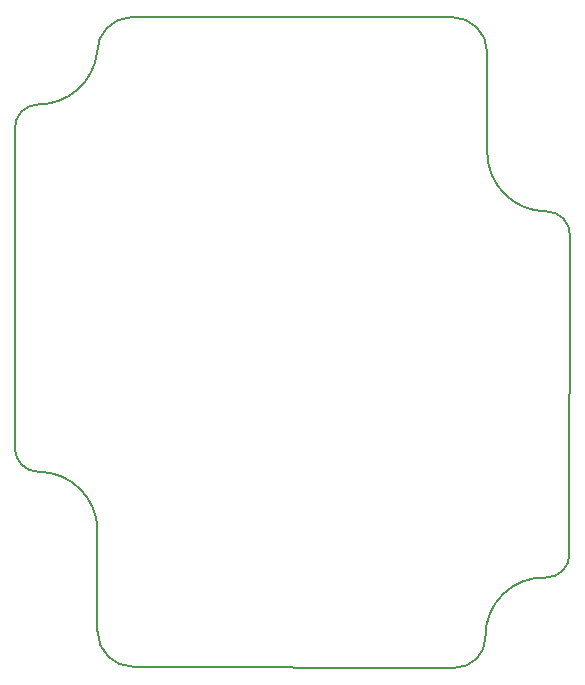
<source format=gbr>
G04 #@! TF.FileFunction,Profile,NP*
%FSLAX46Y46*%
G04 Gerber Fmt 4.6, Leading zero omitted, Abs format (unit mm)*
G04 Created by KiCad (PCBNEW 4.0.6) date 12/17/18 09:49:15*
%MOMM*%
%LPD*%
G01*
G04 APERTURE LIST*
%ADD10C,0.100000*%
%ADD11C,0.150000*%
G04 APERTURE END LIST*
D10*
D11*
X147750000Y-41250000D02*
X147750000Y-49700000D01*
X144750000Y-38250000D02*
G75*
G02X147750000Y-41250000I0J-3000000D01*
G01*
X152750000Y-54700000D02*
G75*
G02X147750000Y-49700000I0J5000000D01*
G01*
X152750000Y-54697502D02*
G75*
G02X154750000Y-56800000I0J-2002498D01*
G01*
X154700641Y-83750000D02*
G75*
G02X152800000Y-85700000I-1950641J0D01*
G01*
X147594702Y-90750107D02*
G75*
G02X152800000Y-85700000I4955298J100107D01*
G01*
X147600000Y-90750000D02*
G75*
G02X145000000Y-93350000I-2600000J0D01*
G01*
X117750000Y-93250000D02*
G75*
G02X114750000Y-90250000I0J3000000D01*
G01*
X109750000Y-76750000D02*
G75*
G02X107750000Y-74750000I0J2000000D01*
G01*
X107752495Y-47749875D02*
G75*
G02X109750000Y-45650000I1997505J99875D01*
G01*
X114704865Y-41299931D02*
G75*
G02X117650000Y-38250000I3008067J42226D01*
G01*
X114707442Y-41300977D02*
G75*
G02X109750000Y-45650000I-4957442J650977D01*
G01*
X109750000Y-76750000D02*
G75*
G02X114750000Y-81750000I0J-5000000D01*
G01*
X114750000Y-81750000D02*
X114750000Y-90250000D01*
X145000000Y-93350000D02*
X117750000Y-93250000D01*
X154750000Y-56800000D02*
X154700000Y-83750000D01*
X117650000Y-38250000D02*
X144750000Y-38250000D01*
X107750000Y-74750000D02*
X107750000Y-47750000D01*
M02*

</source>
